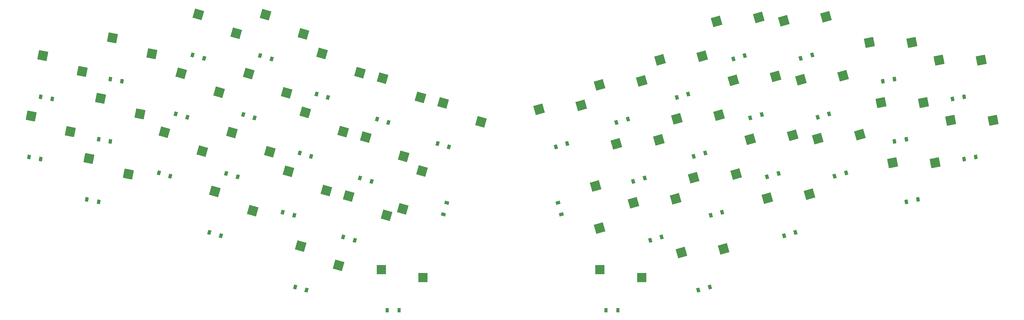
<source format=gbr>
%TF.GenerationSoftware,KiCad,Pcbnew,(6.0.7-1)-1*%
%TF.CreationDate,2022-08-01T13:03:47+02:00*%
%TF.ProjectId,green60-test2,67726565-6e36-4302-9d74-657374322e6b,v1.0.0*%
%TF.SameCoordinates,Original*%
%TF.FileFunction,Paste,Bot*%
%TF.FilePolarity,Positive*%
%FSLAX46Y46*%
G04 Gerber Fmt 4.6, Leading zero omitted, Abs format (unit mm)*
G04 Created by KiCad (PCBNEW (6.0.7-1)-1) date 2022-08-01 13:03:47*
%MOMM*%
%LPD*%
G01*
G04 APERTURE LIST*
G04 Aperture macros list*
%AMRotRect*
0 Rectangle, with rotation*
0 The origin of the aperture is its center*
0 $1 length*
0 $2 width*
0 $3 Rotation angle, in degrees counterclockwise*
0 Add horizontal line*
21,1,$1,$2,0,0,$3*%
G04 Aperture macros list end*
%ADD10RotRect,2.600000X2.600000X349.000000*%
%ADD11RotRect,0.900000X1.200000X349.000000*%
%ADD12RotRect,2.600000X2.600000X344.000000*%
%ADD13RotRect,0.900000X1.200000X344.000000*%
%ADD14RotRect,2.600000X2.600000X74.000000*%
%ADD15RotRect,0.900000X1.200000X74.000000*%
%ADD16R,2.600000X2.600000*%
%ADD17R,0.900000X1.200000*%
%ADD18RotRect,2.600000X2.600000X11.000000*%
%ADD19RotRect,0.900000X1.200000X11.000000*%
%ADD20RotRect,2.600000X2.600000X16.000000*%
%ADD21RotRect,0.900000X1.200000X16.000000*%
%ADD22RotRect,2.600000X2.600000X286.000000*%
%ADD23RotRect,0.900000X1.200000X286.000000*%
G04 APERTURE END LIST*
D10*
%TO.C,S1*%
X38373682Y-54329290D03*
X27455667Y-49965867D03*
D11*
X26897723Y-61352613D03*
X30137093Y-61982282D03*
%TD*%
D10*
%TO.C,S2*%
X41617435Y-37641628D03*
X30699420Y-33278205D03*
D11*
X30141476Y-44664951D03*
X33380846Y-45294620D03*
%TD*%
D10*
%TO.C,S3*%
X54421095Y-66107683D03*
X43503080Y-61744260D03*
D11*
X42945136Y-73131006D03*
X46184506Y-73760675D03*
%TD*%
D10*
%TO.C,S4*%
X57664848Y-49420021D03*
X46746833Y-45056598D03*
D11*
X46188889Y-56443344D03*
X49428259Y-57073013D03*
%TD*%
D10*
%TO.C,S5*%
X60908601Y-32732359D03*
X49990586Y-28368936D03*
D11*
X49432642Y-39755682D03*
X52672012Y-40385351D03*
%TD*%
D12*
%TO.C,S6*%
X74915400Y-59755120D03*
X64419229Y-54456733D03*
D13*
X62870988Y-65751520D03*
X66043151Y-66661124D03*
%TD*%
D12*
%TO.C,S7*%
X79601235Y-43413671D03*
X69105064Y-38115284D03*
D13*
X67556823Y-49410071D03*
X70728986Y-50319675D03*
%TD*%
D12*
%TO.C,S8*%
X84287070Y-27072223D03*
X73790899Y-21773836D03*
D13*
X72242658Y-33068623D03*
X75414821Y-33978227D03*
%TD*%
D12*
%TO.C,S9*%
X88910462Y-76251733D03*
X78414291Y-70953346D03*
D13*
X76866050Y-82248133D03*
X80038213Y-83157737D03*
%TD*%
D12*
%TO.C,S10*%
X93596297Y-59910284D03*
X83100126Y-54611897D03*
D13*
X81551885Y-65906684D03*
X84724048Y-66816288D03*
%TD*%
D12*
%TO.C,S11*%
X98282132Y-43568835D03*
X87785961Y-38270448D03*
D13*
X86237720Y-49565235D03*
X89409883Y-50474839D03*
%TD*%
D12*
%TO.C,S12*%
X102967967Y-27227387D03*
X92471796Y-21929000D03*
D13*
X90923555Y-33223787D03*
X94095718Y-34133391D03*
%TD*%
D12*
%TO.C,S13*%
X109245184Y-70639327D03*
X98749013Y-65340940D03*
D13*
X97200772Y-76635727D03*
X100372935Y-77545331D03*
%TD*%
D12*
%TO.C,S14*%
X113931019Y-54297878D03*
X103434848Y-48999491D03*
D13*
X101886607Y-60294278D03*
X105058770Y-61203882D03*
%TD*%
D12*
%TO.C,S15*%
X118616854Y-37956429D03*
X108120683Y-32658042D03*
D13*
X106572442Y-43952829D03*
X109744605Y-44862433D03*
%TD*%
D12*
%TO.C,S16*%
X125996619Y-77523323D03*
X115500448Y-72224936D03*
D13*
X113952207Y-83519723D03*
X117124370Y-84429327D03*
%TD*%
D12*
%TO.C,S17*%
X130682454Y-61181874D03*
X120186283Y-55883487D03*
D13*
X118638042Y-67178274D03*
X121810205Y-68087878D03*
%TD*%
D12*
%TO.C,S18*%
X135368290Y-44840425D03*
X124872119Y-39542038D03*
D13*
X123323878Y-50836825D03*
X126496041Y-51746429D03*
%TD*%
D14*
%TO.C,S19*%
X135743791Y-65207929D03*
X130445404Y-75704100D03*
D15*
X141740191Y-77252341D03*
X142649795Y-74080178D03*
%TD*%
D12*
%TO.C,S20*%
X152147289Y-51628295D03*
X141651118Y-46329908D03*
D13*
X140102877Y-57624695D03*
X143275040Y-58534299D03*
%TD*%
D12*
%TO.C,S21*%
X112659429Y-91384035D03*
X102163258Y-86085648D03*
D13*
X100615017Y-97380435D03*
X103787180Y-98290039D03*
%TD*%
D16*
%TO.C,S22*%
X136033921Y-94767484D03*
X124483921Y-92567484D03*
D17*
X126108921Y-103851484D03*
X129408921Y-103851484D03*
%TD*%
D18*
%TO.C,S23*%
X294007493Y-51171402D03*
X282249919Y-51215666D03*
D19*
X285998152Y-61982282D03*
X289237522Y-61352613D03*
%TD*%
D18*
%TO.C,S24*%
X290763740Y-34483740D03*
X279006166Y-34528004D03*
D19*
X282754399Y-45294620D03*
X285993769Y-44664951D03*
%TD*%
D18*
%TO.C,S25*%
X277960080Y-62949795D03*
X266202506Y-62994059D03*
D19*
X269950739Y-73760675D03*
X273190109Y-73131006D03*
%TD*%
D18*
%TO.C,S26*%
X274716327Y-46262133D03*
X262958753Y-46306397D03*
D19*
X266706986Y-57073013D03*
X269946356Y-56443344D03*
%TD*%
D18*
%TO.C,S27*%
X271472574Y-29574471D03*
X259715000Y-29618735D03*
D19*
X263463233Y-40385351D03*
X266702603Y-39755682D03*
%TD*%
D20*
%TO.C,S28*%
X257128726Y-55193322D03*
X245419752Y-56262157D03*
D21*
X250092094Y-66661124D03*
X253264257Y-65751520D03*
%TD*%
D20*
%TO.C,S29*%
X252442891Y-38851873D03*
X240733917Y-39920708D03*
D21*
X245406259Y-50319675D03*
X248578422Y-49410071D03*
%TD*%
D20*
%TO.C,S30*%
X247757056Y-22510425D03*
X236048082Y-23579260D03*
D21*
X240720424Y-33978227D03*
X243892587Y-33068623D03*
%TD*%
D20*
%TO.C,S31*%
X243133664Y-71689935D03*
X231424690Y-72758770D03*
D21*
X236097032Y-83157737D03*
X239269195Y-82248133D03*
%TD*%
D20*
%TO.C,S32*%
X238447829Y-55348486D03*
X226738855Y-56417321D03*
D21*
X231411197Y-66816288D03*
X234583360Y-65906684D03*
%TD*%
D20*
%TO.C,S33*%
X233761994Y-39007037D03*
X222053020Y-40075872D03*
D21*
X226725362Y-50474839D03*
X229897525Y-49565235D03*
%TD*%
D20*
%TO.C,S34*%
X229076159Y-22665589D03*
X217367185Y-23734424D03*
D21*
X222039527Y-34133391D03*
X225211690Y-33223787D03*
%TD*%
D20*
%TO.C,S35*%
X222798942Y-66077529D03*
X211089968Y-67146364D03*
D21*
X215762310Y-77545331D03*
X218934473Y-76635727D03*
%TD*%
D20*
%TO.C,S36*%
X218113107Y-49736080D03*
X206404133Y-50804915D03*
D21*
X211076475Y-61203882D03*
X214248638Y-60294278D03*
%TD*%
D20*
%TO.C,S37*%
X213427272Y-33394631D03*
X201718298Y-34463466D03*
D21*
X206390640Y-44862433D03*
X209562803Y-43952829D03*
%TD*%
D20*
%TO.C,S38*%
X206047507Y-72961525D03*
X194338533Y-74030360D03*
D21*
X199010875Y-84429327D03*
X202183038Y-83519723D03*
%TD*%
D20*
%TO.C,S39*%
X201361672Y-56620076D03*
X189652698Y-57688911D03*
D21*
X194325040Y-68087878D03*
X197497203Y-67178274D03*
%TD*%
D20*
%TO.C,S40*%
X196675837Y-40278627D03*
X184966863Y-41347462D03*
D21*
X189639205Y-51746429D03*
X192811368Y-50836825D03*
%TD*%
D22*
%TO.C,S41*%
X184953253Y-81116810D03*
X183884418Y-69407836D03*
D23*
X173485451Y-74080178D03*
X174395055Y-77252341D03*
%TD*%
D20*
%TO.C,S42*%
X179896837Y-47066497D03*
X168187863Y-48135332D03*
D21*
X172860205Y-58534299D03*
X176032368Y-57624695D03*
%TD*%
D20*
%TO.C,S43*%
X219384697Y-86822237D03*
X207675723Y-87891072D03*
D21*
X212348065Y-98290039D03*
X215520228Y-97380435D03*
%TD*%
D16*
%TO.C,S44*%
X196651324Y-94767484D03*
X185101324Y-92567484D03*
D17*
X186726324Y-103851484D03*
X190026324Y-103851484D03*
%TD*%
M02*

</source>
